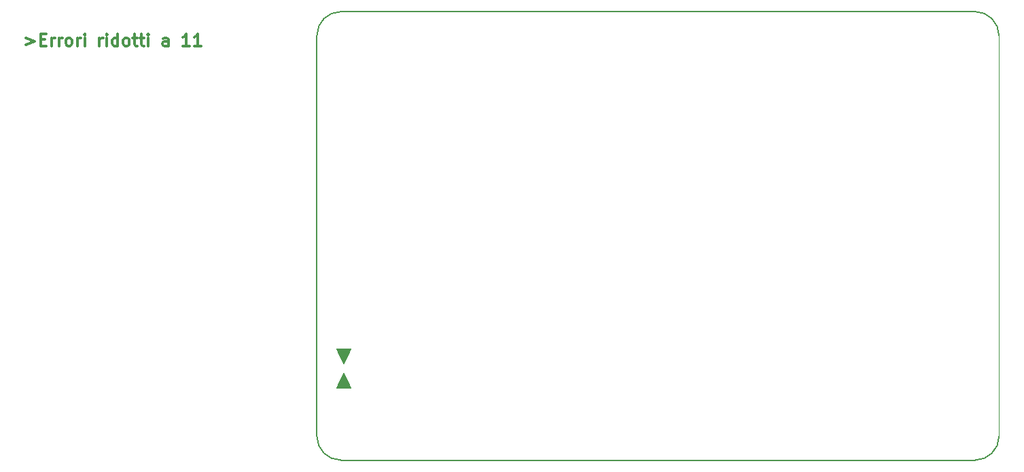
<source format=gbr>
%TF.GenerationSoftware,KiCad,Pcbnew,(6.0.4)*%
%TF.CreationDate,2022-04-11T12:28:49+02:00*%
%TF.ProjectId,PSE_RP2040,5053455f-5250-4323-9034-302e6b696361,rev?*%
%TF.SameCoordinates,Original*%
%TF.FileFunction,Paste,Bot*%
%TF.FilePolarity,Positive*%
%FSLAX46Y46*%
G04 Gerber Fmt 4.6, Leading zero omitted, Abs format (unit mm)*
G04 Created by KiCad (PCBNEW (6.0.4)) date 2022-04-11 12:28:49*
%MOMM*%
%LPD*%
G01*
G04 APERTURE LIST*
G04 Aperture macros list*
%AMOutline4P*
0 Free polygon, 4 corners , with rotation*
0 The origin of the aperture is its center*
0 number of corners: always 4*
0 $1 to $8 corner X, Y*
0 $9 Rotation angle, in degrees counterclockwise*
0 create outline with 4 corners*
4,1,4,$1,$2,$3,$4,$5,$6,$7,$8,$1,$2,$9*%
G04 Aperture macros list end*
%TA.AperFunction,Profile*%
%ADD10C,0.150000*%
%TD*%
%TA.AperFunction,Profile*%
%ADD11C,0.100000*%
%TD*%
%ADD12C,0.300000*%
%ADD13Outline4P,-0.025000X-1.000000X0.025000X-1.000000X0.975000X1.000000X-0.975000X1.000000X180.000000*%
%ADD14Outline4P,-0.025000X-1.000000X0.025000X-1.000000X0.975000X1.000000X-0.975000X1.000000X0.000000*%
G04 APERTURE END LIST*
D10*
X182000000Y-158000000D02*
X103000000Y-158000000D01*
D11*
X185000000Y-105000000D02*
X185000000Y-155000000D01*
D10*
X100000000Y-155000000D02*
X100000000Y-105000000D01*
X100000000Y-155000000D02*
G75*
G03*
X103000000Y-158000000I3000000J0D01*
G01*
X182000000Y-158000000D02*
G75*
G03*
X185000000Y-155000000I0J3000000D01*
G01*
X103000000Y-102000000D02*
G75*
G03*
X100000000Y-105000000I0J-3000000D01*
G01*
X185000000Y-105000000D02*
G75*
G03*
X182000000Y-102000000I-3000000J0D01*
G01*
X103000000Y-102000000D02*
X182000000Y-102000000D01*
D12*
X63707145Y-105286065D02*
X64850003Y-105714636D01*
X63707145Y-106143208D01*
X65564288Y-105500351D02*
X66064288Y-105500351D01*
X66278574Y-106286065D02*
X65564288Y-106286065D01*
X65564288Y-104786065D01*
X66278574Y-104786065D01*
X66921431Y-106286065D02*
X66921431Y-105286065D01*
X66921431Y-105571779D02*
X66992860Y-105428922D01*
X67064288Y-105357494D01*
X67207145Y-105286065D01*
X67350003Y-105286065D01*
X67850003Y-106286065D02*
X67850003Y-105286065D01*
X67850003Y-105571779D02*
X67921431Y-105428922D01*
X67992860Y-105357494D01*
X68135717Y-105286065D01*
X68278574Y-105286065D01*
X68992860Y-106286065D02*
X68850003Y-106214636D01*
X68778574Y-106143208D01*
X68707145Y-106000351D01*
X68707145Y-105571779D01*
X68778574Y-105428922D01*
X68850003Y-105357494D01*
X68992860Y-105286065D01*
X69207145Y-105286065D01*
X69350003Y-105357494D01*
X69421431Y-105428922D01*
X69492860Y-105571779D01*
X69492860Y-106000351D01*
X69421431Y-106143208D01*
X69350003Y-106214636D01*
X69207145Y-106286065D01*
X68992860Y-106286065D01*
X70135717Y-106286065D02*
X70135717Y-105286065D01*
X70135717Y-105571779D02*
X70207145Y-105428922D01*
X70278574Y-105357494D01*
X70421431Y-105286065D01*
X70564288Y-105286065D01*
X71064288Y-106286065D02*
X71064288Y-105286065D01*
X71064288Y-104786065D02*
X70992860Y-104857494D01*
X71064288Y-104928922D01*
X71135717Y-104857494D01*
X71064288Y-104786065D01*
X71064288Y-104928922D01*
X72921431Y-106286065D02*
X72921431Y-105286065D01*
X72921431Y-105571779D02*
X72992860Y-105428922D01*
X73064288Y-105357494D01*
X73207145Y-105286065D01*
X73350003Y-105286065D01*
X73850003Y-106286065D02*
X73850003Y-105286065D01*
X73850003Y-104786065D02*
X73778574Y-104857494D01*
X73850003Y-104928922D01*
X73921431Y-104857494D01*
X73850003Y-104786065D01*
X73850003Y-104928922D01*
X75207145Y-106286065D02*
X75207145Y-104786065D01*
X75207145Y-106214636D02*
X75064288Y-106286065D01*
X74778574Y-106286065D01*
X74635717Y-106214636D01*
X74564288Y-106143208D01*
X74492860Y-106000351D01*
X74492860Y-105571779D01*
X74564288Y-105428922D01*
X74635717Y-105357494D01*
X74778574Y-105286065D01*
X75064288Y-105286065D01*
X75207145Y-105357494D01*
X76135717Y-106286065D02*
X75992860Y-106214636D01*
X75921431Y-106143208D01*
X75850003Y-106000351D01*
X75850003Y-105571779D01*
X75921431Y-105428922D01*
X75992860Y-105357494D01*
X76135717Y-105286065D01*
X76350003Y-105286065D01*
X76492860Y-105357494D01*
X76564288Y-105428922D01*
X76635717Y-105571779D01*
X76635717Y-106000351D01*
X76564288Y-106143208D01*
X76492860Y-106214636D01*
X76350003Y-106286065D01*
X76135717Y-106286065D01*
X77064288Y-105286065D02*
X77635717Y-105286065D01*
X77278574Y-104786065D02*
X77278574Y-106071779D01*
X77350003Y-106214636D01*
X77492860Y-106286065D01*
X77635717Y-106286065D01*
X77921431Y-105286065D02*
X78492860Y-105286065D01*
X78135717Y-104786065D02*
X78135717Y-106071779D01*
X78207145Y-106214636D01*
X78350003Y-106286065D01*
X78492860Y-106286065D01*
X78992860Y-106286065D02*
X78992860Y-105286065D01*
X78992860Y-104786065D02*
X78921431Y-104857494D01*
X78992860Y-104928922D01*
X79064288Y-104857494D01*
X78992860Y-104786065D01*
X78992860Y-104928922D01*
X81492860Y-106286065D02*
X81492860Y-105500351D01*
X81421431Y-105357494D01*
X81278574Y-105286065D01*
X80992860Y-105286065D01*
X80850003Y-105357494D01*
X81492860Y-106214636D02*
X81350003Y-106286065D01*
X80992860Y-106286065D01*
X80850003Y-106214636D01*
X80778574Y-106071779D01*
X80778574Y-105928922D01*
X80850003Y-105786065D01*
X80992860Y-105714636D01*
X81350003Y-105714636D01*
X81492860Y-105643208D01*
X84135717Y-106286065D02*
X83278574Y-106286065D01*
X83707145Y-106286065D02*
X83707145Y-104786065D01*
X83564288Y-105000351D01*
X83421431Y-105143208D01*
X83278574Y-105214636D01*
X85564288Y-106286065D02*
X84707145Y-106286065D01*
X85135717Y-106286065D02*
X85135717Y-104786065D01*
X84992860Y-105000351D01*
X84850003Y-105143208D01*
X84707145Y-105214636D01*
D13*
%TO.C,E1*%
X103378000Y-148058000D03*
D14*
X103378000Y-145058000D03*
%TD*%
M02*

</source>
